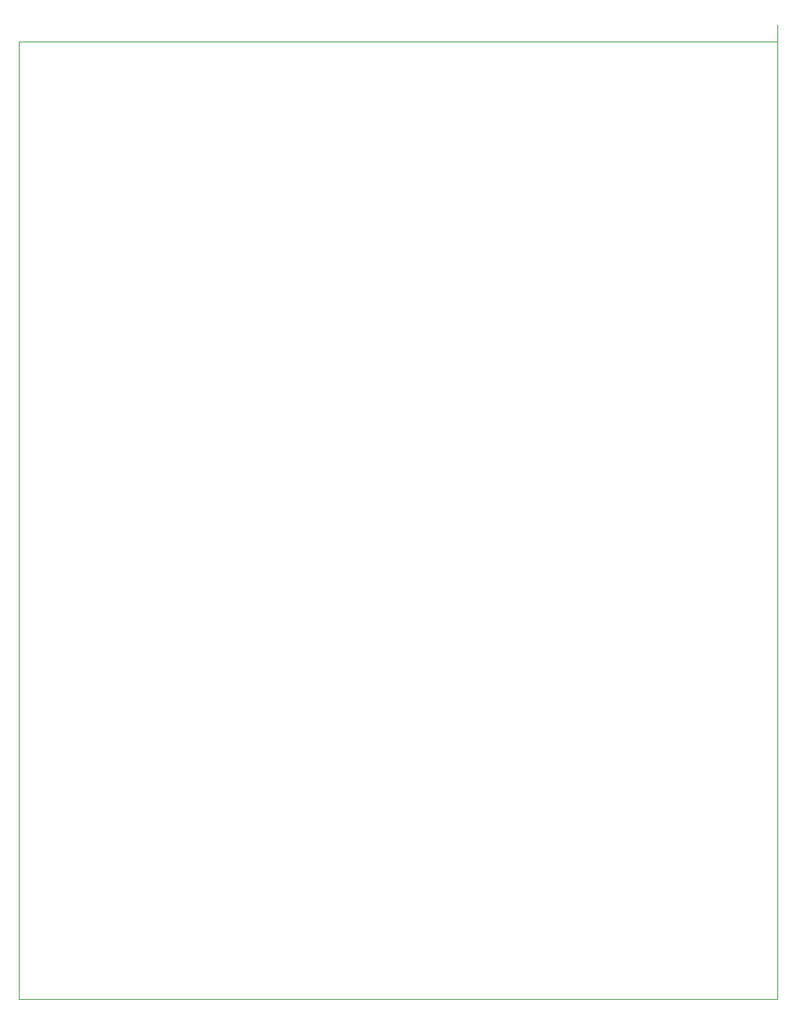
<source format=gbr>
G04 (created by PCBNEW (2013-mar-25)-stable) date Tisdag 19 November 2013 16:16:40*
%MOIN*%
G04 Gerber Fmt 3.4, Leading zero omitted, Abs format*
%FSLAX34Y34*%
G01*
G70*
G90*
G04 APERTURE LIST*
%ADD10C,0.00393701*%
%ADD11C,0.00590551*%
G04 APERTURE END LIST*
G54D10*
G54D11*
X27500Y500D02*
X94500Y500D01*
X27500Y-84000D02*
X27500Y500D01*
X28500Y-84000D02*
X27500Y-84000D01*
X94500Y-84000D02*
X28000Y-84000D01*
X94500Y2000D02*
X94500Y-84000D01*
M02*

</source>
